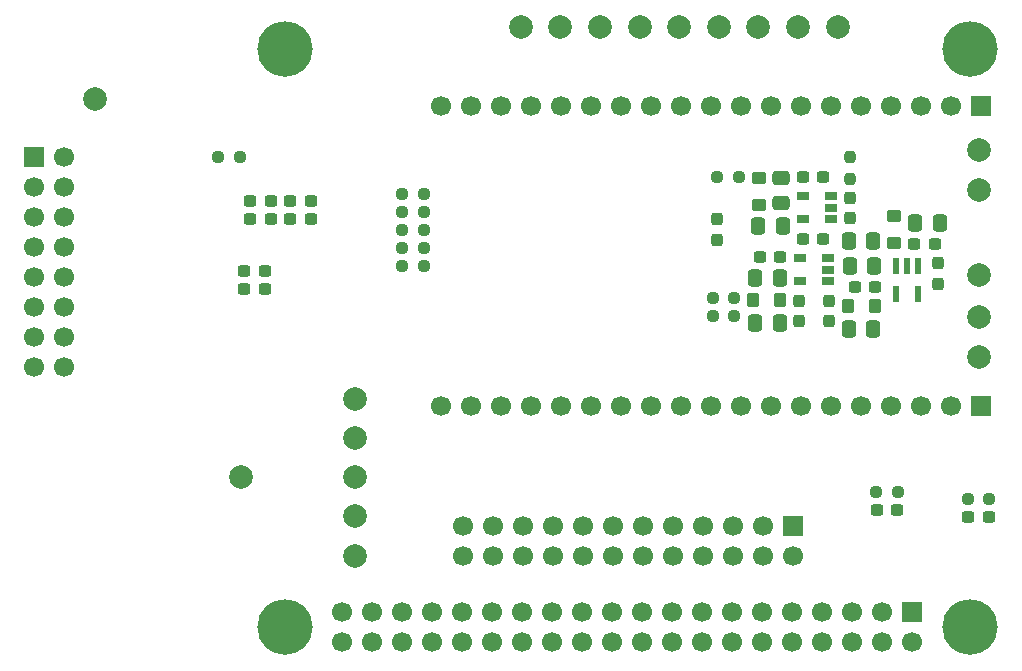
<source format=gbs>
G04 #@! TF.GenerationSoftware,KiCad,Pcbnew,9.0.1-9.0.1-0~ubuntu24.04.1*
G04 #@! TF.CreationDate,2025-04-10T02:26:27-04:00*
G04 #@! TF.ProjectId,EEG SHIELD,45454720-5348-4494-954c-442e6b696361,B*
G04 #@! TF.SameCoordinates,Original*
G04 #@! TF.FileFunction,Soldermask,Bot*
G04 #@! TF.FilePolarity,Negative*
%FSLAX46Y46*%
G04 Gerber Fmt 4.6, Leading zero omitted, Abs format (unit mm)*
G04 Created by KiCad (PCBNEW 9.0.1-9.0.1-0~ubuntu24.04.1) date 2025-04-10 02:26:27*
%MOMM*%
%LPD*%
G01*
G04 APERTURE LIST*
G04 Aperture macros list*
%AMRoundRect*
0 Rectangle with rounded corners*
0 $1 Rounding radius*
0 $2 $3 $4 $5 $6 $7 $8 $9 X,Y pos of 4 corners*
0 Add a 4 corners polygon primitive as box body*
4,1,4,$2,$3,$4,$5,$6,$7,$8,$9,$2,$3,0*
0 Add four circle primitives for the rounded corners*
1,1,$1+$1,$2,$3*
1,1,$1+$1,$4,$5*
1,1,$1+$1,$6,$7*
1,1,$1+$1,$8,$9*
0 Add four rect primitives between the rounded corners*
20,1,$1+$1,$2,$3,$4,$5,0*
20,1,$1+$1,$4,$5,$6,$7,0*
20,1,$1+$1,$6,$7,$8,$9,0*
20,1,$1+$1,$8,$9,$2,$3,0*%
G04 Aperture macros list end*
%ADD10R,1.700000X1.700000*%
%ADD11C,1.700000*%
%ADD12C,2.000000*%
%ADD13C,3.100000*%
%ADD14C,4.700000*%
%ADD15RoundRect,0.237500X0.300000X0.237500X-0.300000X0.237500X-0.300000X-0.237500X0.300000X-0.237500X0*%
%ADD16R,0.558800X1.473200*%
%ADD17RoundRect,0.250000X-0.337500X-0.475000X0.337500X-0.475000X0.337500X0.475000X-0.337500X0.475000X0*%
%ADD18RoundRect,0.250000X0.275000X0.350000X-0.275000X0.350000X-0.275000X-0.350000X0.275000X-0.350000X0*%
%ADD19RoundRect,0.237500X-0.300000X-0.237500X0.300000X-0.237500X0.300000X0.237500X-0.300000X0.237500X0*%
%ADD20RoundRect,0.237500X0.250000X0.237500X-0.250000X0.237500X-0.250000X-0.237500X0.250000X-0.237500X0*%
%ADD21RoundRect,0.250000X-0.475000X0.337500X-0.475000X-0.337500X0.475000X-0.337500X0.475000X0.337500X0*%
%ADD22RoundRect,0.250000X0.337500X0.475000X-0.337500X0.475000X-0.337500X-0.475000X0.337500X-0.475000X0*%
%ADD23RoundRect,0.237500X-0.237500X0.300000X-0.237500X-0.300000X0.237500X-0.300000X0.237500X0.300000X0*%
%ADD24R,1.100000X0.650001*%
%ADD25RoundRect,0.237500X0.237500X-0.300000X0.237500X0.300000X-0.237500X0.300000X-0.237500X-0.300000X0*%
%ADD26RoundRect,0.237500X-0.250000X-0.237500X0.250000X-0.237500X0.250000X0.237500X-0.250000X0.237500X0*%
%ADD27RoundRect,0.237500X0.237500X-0.250000X0.237500X0.250000X-0.237500X0.250000X-0.237500X-0.250000X0*%
%ADD28RoundRect,0.250000X-0.350000X0.275000X-0.350000X-0.275000X0.350000X-0.275000X0.350000X0.275000X0*%
G04 APERTURE END LIST*
D10*
X195350000Y-86350000D03*
D11*
X192810000Y-86350000D03*
X190270000Y-86350000D03*
X187730000Y-86350000D03*
X185190000Y-86350000D03*
X182650000Y-86350000D03*
X180110000Y-86350000D03*
X177570000Y-86350000D03*
X175030000Y-86350000D03*
X172490000Y-86350000D03*
X169950000Y-86350000D03*
X167410000Y-86350000D03*
X164870000Y-86350000D03*
X162330000Y-86350000D03*
X159790000Y-86350000D03*
X157250000Y-86350000D03*
X154710000Y-86350000D03*
X152170000Y-86350000D03*
X149630000Y-86350000D03*
D10*
X195350000Y-111750000D03*
D11*
X192810000Y-111750000D03*
X190270000Y-111750000D03*
X187730000Y-111750000D03*
X185190000Y-111750000D03*
X182650000Y-111750000D03*
X180110000Y-111750000D03*
X177570000Y-111750000D03*
X175030000Y-111750000D03*
X172490000Y-111750000D03*
X169950000Y-111750000D03*
X167410000Y-111750000D03*
X164870000Y-111750000D03*
X162330000Y-111750000D03*
X159790000Y-111750000D03*
X157250000Y-111750000D03*
X154710000Y-111750000D03*
X152170000Y-111750000D03*
X149630000Y-111750000D03*
D12*
X159710000Y-79700000D03*
X195180000Y-107590000D03*
X195180000Y-104220000D03*
D10*
X179440000Y-121970000D03*
D11*
X179440000Y-124510000D03*
X176900000Y-121970000D03*
X176900000Y-124510000D03*
X174360000Y-121970000D03*
X174360000Y-124510000D03*
X171820000Y-121970000D03*
X171820000Y-124510000D03*
X169280000Y-121970000D03*
X169280000Y-124510000D03*
X166740000Y-121970000D03*
X166740000Y-124510000D03*
X164200000Y-121970000D03*
X164200000Y-124510000D03*
X161660000Y-121970000D03*
X161660000Y-124510000D03*
X159120000Y-121970000D03*
X159120000Y-124510000D03*
X156580000Y-121970000D03*
X156580000Y-124510000D03*
X154040000Y-121970000D03*
X154040000Y-124510000D03*
X151500000Y-121970000D03*
X151500000Y-124510000D03*
D12*
X166440000Y-79700000D03*
X142360000Y-114440000D03*
D13*
X136440000Y-130500000D03*
D14*
X136440000Y-130500000D03*
D12*
X142360000Y-117780000D03*
X195180000Y-93490000D03*
D13*
X136440000Y-81500000D03*
D14*
X136440000Y-81500000D03*
D12*
X163090000Y-79700000D03*
X195180000Y-100680000D03*
X142360000Y-124480000D03*
X173150000Y-79700000D03*
X142360000Y-111140000D03*
X179850000Y-79700000D03*
D13*
X194440000Y-130500000D03*
D14*
X194440000Y-130500000D03*
D12*
X132660000Y-117780000D03*
X169800000Y-79700000D03*
X176500000Y-79700000D03*
X195180000Y-90080000D03*
X183210000Y-79700000D03*
X120363678Y-85800000D03*
X142360000Y-121110000D03*
X156370000Y-79700000D03*
D13*
X194440000Y-81500000D03*
D14*
X194440000Y-81500000D03*
D10*
X115199000Y-90689999D03*
D11*
X117739000Y-90689999D03*
X115199000Y-93229999D03*
X117739000Y-93229999D03*
X115199000Y-95769999D03*
X117739000Y-95769999D03*
X115199000Y-98309999D03*
X117739000Y-98309999D03*
X115199000Y-100849999D03*
X117739000Y-100849999D03*
X115199000Y-103389999D03*
X117739000Y-103389999D03*
X115199000Y-105929999D03*
X117739000Y-105929999D03*
X115199000Y-108469999D03*
X117739000Y-108469999D03*
D15*
X181975000Y-97600000D03*
X180250000Y-97600000D03*
D16*
X188122498Y-99922400D03*
X189072499Y-99922400D03*
X190022500Y-99922400D03*
X190022500Y-102310000D03*
X188122498Y-102310000D03*
D17*
X176485000Y-96560000D03*
X178560000Y-96560000D03*
D18*
X186392500Y-103320000D03*
X184092500Y-103320000D03*
D19*
X133492500Y-94380000D03*
X135217500Y-94380000D03*
D20*
X132582500Y-90670000D03*
X130757500Y-90670000D03*
D21*
X178412500Y-92492500D03*
X178412500Y-94567500D03*
D22*
X186220000Y-97820000D03*
X184145000Y-97820000D03*
D10*
X189540000Y-129210000D03*
D11*
X189540000Y-131750000D03*
X187000000Y-129210000D03*
X187000000Y-131750000D03*
X184460000Y-129210000D03*
X184460000Y-131750000D03*
X181920000Y-129210000D03*
X181920000Y-131750000D03*
X179380000Y-129210000D03*
X179380000Y-131750000D03*
X176840000Y-129210000D03*
X176840000Y-131750000D03*
X174300000Y-129210000D03*
X174300000Y-131750000D03*
X171760000Y-129210000D03*
X171760000Y-131750000D03*
X169220000Y-129210000D03*
X169220000Y-131750000D03*
X166680000Y-129210000D03*
X166680000Y-131750000D03*
X164140000Y-129210000D03*
X164140000Y-131750000D03*
X161600000Y-129210000D03*
X161600000Y-131750000D03*
X159060000Y-129210000D03*
X159060000Y-131750000D03*
X156520000Y-129210000D03*
X156520000Y-131750000D03*
X153980000Y-129210000D03*
X153980000Y-131750000D03*
X151440000Y-129210000D03*
X151440000Y-131750000D03*
X148900000Y-129210000D03*
X148900000Y-131750000D03*
X146360000Y-129210000D03*
X146360000Y-131750000D03*
X143820000Y-129210000D03*
X143820000Y-131750000D03*
X141280000Y-129210000D03*
X141280000Y-131750000D03*
D19*
X189712500Y-98040000D03*
X191437500Y-98040000D03*
D23*
X179932500Y-102887502D03*
X179932500Y-104612502D03*
X182472500Y-102887502D03*
X182472500Y-104612502D03*
D20*
X196050000Y-119670000D03*
X194225000Y-119670000D03*
D17*
X184162500Y-105230000D03*
X186237500Y-105230000D03*
D24*
X182402500Y-99270001D03*
X182402500Y-100220002D03*
X182402500Y-101170000D03*
X180002500Y-101170000D03*
X180002500Y-99270001D03*
D25*
X184262500Y-95857003D03*
X184262500Y-94132003D03*
D20*
X174462500Y-102660000D03*
X172637500Y-102660000D03*
D26*
X146355000Y-99940000D03*
X148180000Y-99940000D03*
D27*
X184270000Y-92542500D03*
X184270000Y-90717500D03*
D15*
X178345000Y-99130000D03*
X176620000Y-99130000D03*
D19*
X132987500Y-100330000D03*
X134712500Y-100330000D03*
D24*
X182662500Y-94030001D03*
X182662500Y-94980002D03*
X182662500Y-95930000D03*
X180262500Y-95930000D03*
X180262500Y-94030001D03*
D15*
X196000000Y-121200000D03*
X194275000Y-121200000D03*
D28*
X176512500Y-92430000D03*
X176512500Y-94730000D03*
X188002500Y-95690000D03*
X188002500Y-97990000D03*
D18*
X178352500Y-102810000D03*
X176052500Y-102810000D03*
D26*
X146360000Y-98400000D03*
X148185000Y-98400000D03*
D25*
X191742500Y-101412500D03*
X191742500Y-99687500D03*
D19*
X136860000Y-95930000D03*
X138585000Y-95930000D03*
X133492500Y-95920000D03*
X135217500Y-95920000D03*
X180250000Y-92380000D03*
X181975000Y-92380000D03*
D22*
X178292500Y-100910000D03*
X176217500Y-100910000D03*
D20*
X188277500Y-119020000D03*
X186452500Y-119020000D03*
X174820000Y-92380000D03*
X172995000Y-92380000D03*
D23*
X173000000Y-95967500D03*
X173000000Y-97692500D03*
D19*
X132975000Y-101880000D03*
X134700000Y-101880000D03*
D26*
X146357500Y-93800000D03*
X148182500Y-93800000D03*
D15*
X186382500Y-101660000D03*
X184657500Y-101660000D03*
X188230000Y-120550000D03*
X186505000Y-120550000D03*
D26*
X146360000Y-96860000D03*
X148185000Y-96860000D03*
X146357500Y-95330000D03*
X148182500Y-95330000D03*
D20*
X174462500Y-104190000D03*
X172637500Y-104190000D03*
D17*
X176215000Y-104710000D03*
X178290000Y-104710000D03*
D19*
X136860000Y-94380000D03*
X138585000Y-94380000D03*
D17*
X189772500Y-96260000D03*
X191847500Y-96260000D03*
D22*
X186327500Y-99880000D03*
X184252500Y-99880000D03*
M02*

</source>
